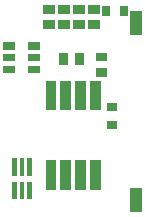
<source format=gbr>
G04 start of page 12 for group -4015 idx -4015 *
G04 Title: (unknown), toppaste *
G04 Creator: pcb 1.99z *
G04 CreationDate: Sun 23 Mar 2014 08:17:32 PM GMT UTC *
G04 For: ben *
G04 Format: Gerber/RS-274X *
G04 PCB-Dimensions (mil): 6000.00 5000.00 *
G04 PCB-Coordinate-Origin: lower left *
%MOIN*%
%FSLAX25Y25*%
%LNTOPPASTE*%
%ADD87R,0.0354X0.0354*%
%ADD86R,0.0276X0.0276*%
%ADD85R,0.0240X0.0240*%
%ADD84R,0.0400X0.0400*%
%ADD83R,0.0157X0.0157*%
%ADD82R,0.0295X0.0295*%
G54D82*X175508Y484559D02*X176492D01*
X175508Y479441D02*X176492D01*
X170508Y484559D02*X171492D01*
X170508Y479441D02*X171492D01*
G54D83*X154441Y426228D02*Y421898D01*
X157000Y426228D02*Y421898D01*
X159559Y426228D02*Y421898D01*
Y434102D02*Y429772D01*
X157000Y434102D02*Y429772D01*
X154441Y434102D02*Y429772D01*
G54D82*X165508Y484559D02*X166492D01*
X165508Y479441D02*X166492D01*
X183008Y468618D02*X183992D01*
X183008Y463500D02*X183992D01*
X180508Y484559D02*X181492D01*
X180508Y479441D02*X181492D01*
X176059Y468433D02*Y467449D01*
X170941Y468433D02*Y467449D01*
G54D84*X195000Y482000D02*Y478000D01*
Y423000D02*Y419000D01*
G54D85*X160200Y464500D02*X161800D01*
X160200Y468400D02*X161800D01*
X160200Y472300D02*X161800D01*
X152000D02*X153600D01*
X152000Y468400D02*X153600D01*
X152000Y464500D02*X153600D01*
G54D86*X190953Y484197D02*Y483803D01*
X185047Y484197D02*Y483803D01*
X186803Y446047D02*X187197D01*
X186803Y451953D02*X187197D01*
G54D87*X166618Y432411D02*Y426112D01*
X171539Y432411D02*Y426112D01*
X176461Y432411D02*Y426112D01*
X181382Y432411D02*Y426112D01*
Y458888D02*Y452589D01*
X176461Y458888D02*Y452589D01*
X171539Y458888D02*Y452589D01*
X166618Y458888D02*Y452589D01*
M02*

</source>
